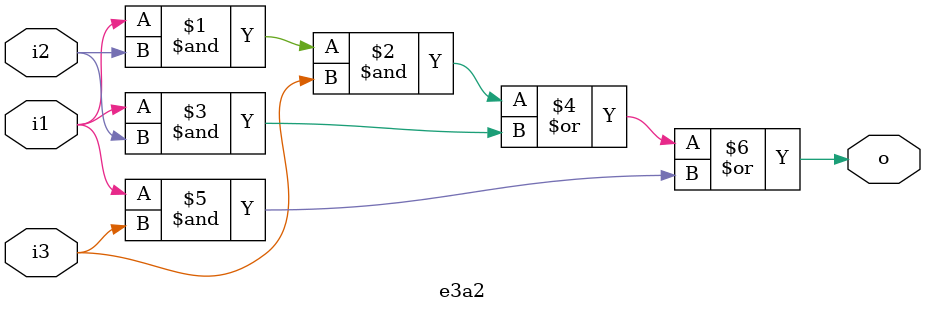
<source format=sv>


module tb;
  reg in1, in2, in3;
  wire o;
  initial begin
    $dumpfile("dump.vcd");
    $dumpvars(1, tb);
    #00 in1 = 0; in2 = 0; in3 = 0;
    #10 in1 = 1; in2 = 0; in3 = 1;
    #10 in1 = 0; in2 = 1; in3 = 1;
    #10 in1 = 1; in2 = 1; in3 = 1;
    #10 $stop;
  end
  e3a2 U1(o, in1, in2, in3);
endmodule

// Design

module e3a2(output o, input i1, i2, i3);
  assign o = (i1 & i2 & i3) | (i1 & i2) | (i1 & i3);
endmodule

// Code by arcenter
// https://github.com/arcenter/UniCode/

</source>
